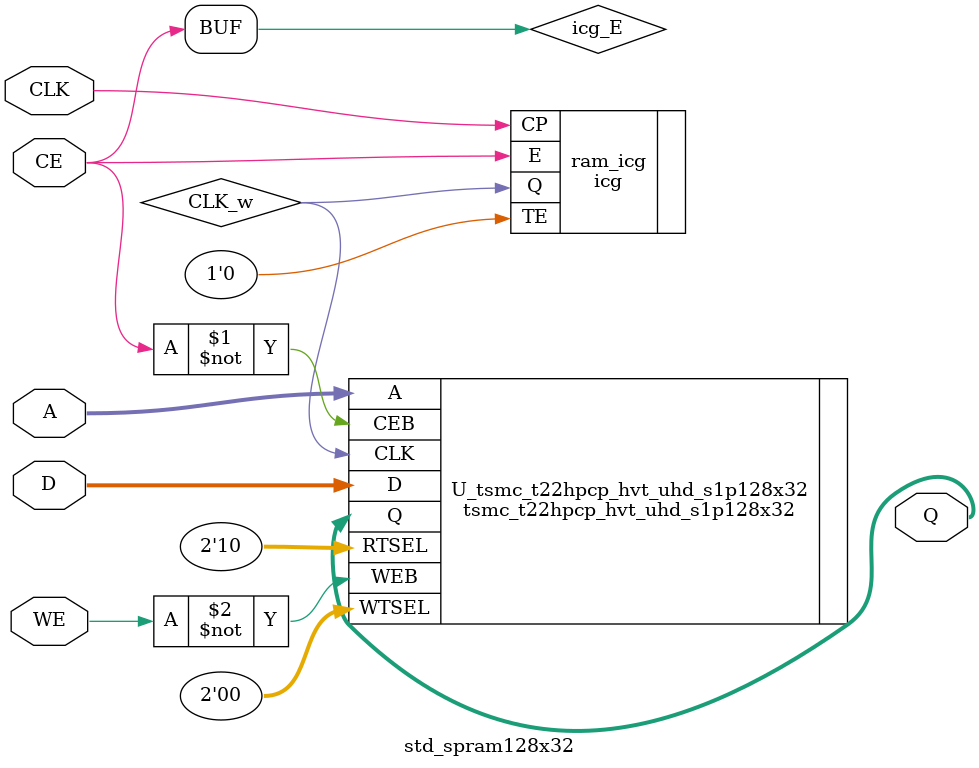
<source format=v>
module std_spram128x32 (
    input CLK,
    input CE,
    input WE,
    input [6:0] A,
    input [31:0] D,
    output [31:0] Q
);

wire CLK_w;

`ifdef FPGA
	assign CLK_w=CLK;
	ram_sp #(
  	  .WIDTH(32),
  	  .DEPTH(128),
  	  .ADDR_WIDTH(7)
  	)u_ram_sp(
  	  .clk(CLK_w),
  	  .en(CE),
  	  .we(WE),
  	  .addr(A),
  	  .din(D),
  	  .dout(Q)
  	);

`elsif SMIC12
	wire icg_E;
	assign icg_E = CE;
	icg ram_icg(.Q(CLK_w),.TE(1'b0),.CP(CLK),.E(icg_E));

    s12_s1pram128x32 U_s12_s1pram128x32(
      .CLK(CLK_w),
      .ME(CE),
      .WE(WE),
      .ADR(A),
      .D(D),
      .Q(Q),
      .TEST1(1'b0),
      .TEST_RNM(1'b0),
      .RME(1'b0),
      .RM(4'b0),
      .LS(1'b0),
      .BC1(1'b0),
      .BC2(1'b0)
    );

`else
	wire icg_E;
	assign icg_E = CE;
	icg ram_icg(.Q(CLK_w),.TE(1'b0),.CP(CLK),.E(icg_E));
    
    tsmc_t22hpcp_hvt_uhd_s1p128x32 U_tsmc_t22hpcp_hvt_uhd_s1p128x32(
	.CLK(CLK_w),
	.CEB(~CE),
	.WEB(~WE),
	//.BWEB(32'd0),
	.A(A),
	.D(D),
	.Q(Q),
	.RTSEL(2'b10),
	.WTSEL(2'b00)
    );
`endif
endmodule

</source>
